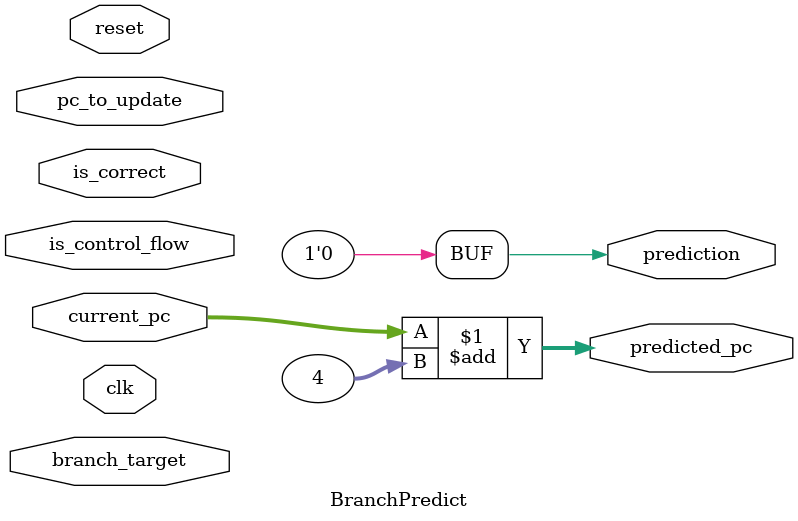
<source format=v>
`define BP_ST 2'b11
`define BP_WT 2'b10
`define BP_WN 2'b01
`define BP_SN 2'b00

module BranchPredict(
  input reset,
  input clk,
  input is_correct,
  input is_control_flow,
  input [31:0] current_pc,
  input [31:0] pc_to_update,
  input [31:0] branch_target,
  output prediction,
  output [31:0] predicted_pc
);
  assign predicted_pc = current_pc + 4;
  assign prediction = 1'b0;

endmodule

</source>
